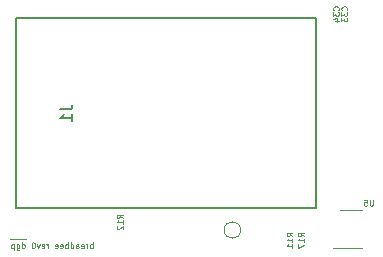
<source format=gbr>
G04 #@! TF.GenerationSoftware,KiCad,Pcbnew,5.1.4+dfsg1-1*
G04 #@! TF.CreationDate,2019-09-03T22:58:18+09:00*
G04 #@! TF.ProjectId,breadbee,62726561-6462-4656-952e-6b696361645f,rev?*
G04 #@! TF.SameCoordinates,Original*
G04 #@! TF.FileFunction,Legend,Bot*
G04 #@! TF.FilePolarity,Positive*
%FSLAX46Y46*%
G04 Gerber Fmt 4.6, Leading zero omitted, Abs format (unit mm)*
G04 Created by KiCad (PCBNEW 5.1.4+dfsg1-1) date 2019-09-03 22:58:18*
%MOMM*%
%LPD*%
G04 APERTURE LIST*
%ADD10C,0.125000*%
%ADD11C,0.120000*%
%ADD12C,0.150000*%
G04 APERTURE END LIST*
D10*
X134970476Y-98416190D02*
X134970476Y-97916190D01*
X134970476Y-98106666D02*
X134922857Y-98082857D01*
X134827619Y-98082857D01*
X134780000Y-98106666D01*
X134756190Y-98130476D01*
X134732380Y-98178095D01*
X134732380Y-98320952D01*
X134756190Y-98368571D01*
X134780000Y-98392380D01*
X134827619Y-98416190D01*
X134922857Y-98416190D01*
X134970476Y-98392380D01*
X134518095Y-98416190D02*
X134518095Y-98082857D01*
X134518095Y-98178095D02*
X134494285Y-98130476D01*
X134470476Y-98106666D01*
X134422857Y-98082857D01*
X134375238Y-98082857D01*
X134018095Y-98392380D02*
X134065714Y-98416190D01*
X134160952Y-98416190D01*
X134208571Y-98392380D01*
X134232380Y-98344761D01*
X134232380Y-98154285D01*
X134208571Y-98106666D01*
X134160952Y-98082857D01*
X134065714Y-98082857D01*
X134018095Y-98106666D01*
X133994285Y-98154285D01*
X133994285Y-98201904D01*
X134232380Y-98249523D01*
X133565714Y-98416190D02*
X133565714Y-98154285D01*
X133589523Y-98106666D01*
X133637142Y-98082857D01*
X133732380Y-98082857D01*
X133780000Y-98106666D01*
X133565714Y-98392380D02*
X133613333Y-98416190D01*
X133732380Y-98416190D01*
X133780000Y-98392380D01*
X133803809Y-98344761D01*
X133803809Y-98297142D01*
X133780000Y-98249523D01*
X133732380Y-98225714D01*
X133613333Y-98225714D01*
X133565714Y-98201904D01*
X133113333Y-98416190D02*
X133113333Y-97916190D01*
X133113333Y-98392380D02*
X133160952Y-98416190D01*
X133256190Y-98416190D01*
X133303809Y-98392380D01*
X133327619Y-98368571D01*
X133351428Y-98320952D01*
X133351428Y-98178095D01*
X133327619Y-98130476D01*
X133303809Y-98106666D01*
X133256190Y-98082857D01*
X133160952Y-98082857D01*
X133113333Y-98106666D01*
X132875238Y-98416190D02*
X132875238Y-97916190D01*
X132875238Y-98106666D02*
X132827619Y-98082857D01*
X132732380Y-98082857D01*
X132684761Y-98106666D01*
X132660952Y-98130476D01*
X132637142Y-98178095D01*
X132637142Y-98320952D01*
X132660952Y-98368571D01*
X132684761Y-98392380D01*
X132732380Y-98416190D01*
X132827619Y-98416190D01*
X132875238Y-98392380D01*
X132232380Y-98392380D02*
X132280000Y-98416190D01*
X132375238Y-98416190D01*
X132422857Y-98392380D01*
X132446666Y-98344761D01*
X132446666Y-98154285D01*
X132422857Y-98106666D01*
X132375238Y-98082857D01*
X132280000Y-98082857D01*
X132232380Y-98106666D01*
X132208571Y-98154285D01*
X132208571Y-98201904D01*
X132446666Y-98249523D01*
X131803809Y-98392380D02*
X131851428Y-98416190D01*
X131946666Y-98416190D01*
X131994285Y-98392380D01*
X132018095Y-98344761D01*
X132018095Y-98154285D01*
X131994285Y-98106666D01*
X131946666Y-98082857D01*
X131851428Y-98082857D01*
X131803809Y-98106666D01*
X131780000Y-98154285D01*
X131780000Y-98201904D01*
X132018095Y-98249523D01*
X131184761Y-98416190D02*
X131184761Y-98082857D01*
X131184761Y-98178095D02*
X131160952Y-98130476D01*
X131137142Y-98106666D01*
X131089523Y-98082857D01*
X131041904Y-98082857D01*
X130684761Y-98392380D02*
X130732380Y-98416190D01*
X130827619Y-98416190D01*
X130875238Y-98392380D01*
X130899047Y-98344761D01*
X130899047Y-98154285D01*
X130875238Y-98106666D01*
X130827619Y-98082857D01*
X130732380Y-98082857D01*
X130684761Y-98106666D01*
X130660952Y-98154285D01*
X130660952Y-98201904D01*
X130899047Y-98249523D01*
X130494285Y-98082857D02*
X130375238Y-98416190D01*
X130256190Y-98082857D01*
X129970476Y-97916190D02*
X129922857Y-97916190D01*
X129875238Y-97940000D01*
X129851428Y-97963809D01*
X129827619Y-98011428D01*
X129803809Y-98106666D01*
X129803809Y-98225714D01*
X129827619Y-98320952D01*
X129851428Y-98368571D01*
X129875238Y-98392380D01*
X129922857Y-98416190D01*
X129970476Y-98416190D01*
X130018095Y-98392380D01*
X130041904Y-98368571D01*
X130065714Y-98320952D01*
X130089523Y-98225714D01*
X130089523Y-98106666D01*
X130065714Y-98011428D01*
X130041904Y-97963809D01*
X130018095Y-97940000D01*
X129970476Y-97916190D01*
X129327619Y-97667500D02*
X128875238Y-97667500D01*
X128994285Y-98416190D02*
X128994285Y-97916190D01*
X128994285Y-98392380D02*
X129041904Y-98416190D01*
X129137142Y-98416190D01*
X129184761Y-98392380D01*
X129208571Y-98368571D01*
X129232380Y-98320952D01*
X129232380Y-98178095D01*
X129208571Y-98130476D01*
X129184761Y-98106666D01*
X129137142Y-98082857D01*
X129041904Y-98082857D01*
X128994285Y-98106666D01*
X128875238Y-97667500D02*
X128422857Y-97667500D01*
X128541904Y-98082857D02*
X128541904Y-98487619D01*
X128565714Y-98535238D01*
X128589523Y-98559047D01*
X128637142Y-98582857D01*
X128708571Y-98582857D01*
X128756190Y-98559047D01*
X128541904Y-98392380D02*
X128589523Y-98416190D01*
X128684761Y-98416190D01*
X128732380Y-98392380D01*
X128756190Y-98368571D01*
X128780000Y-98320952D01*
X128780000Y-98178095D01*
X128756190Y-98130476D01*
X128732380Y-98106666D01*
X128684761Y-98082857D01*
X128589523Y-98082857D01*
X128541904Y-98106666D01*
X128422857Y-97667500D02*
X127970476Y-97667500D01*
X128303809Y-98082857D02*
X128303809Y-98582857D01*
X128303809Y-98106666D02*
X128256190Y-98082857D01*
X128160952Y-98082857D01*
X128113333Y-98106666D01*
X128089523Y-98130476D01*
X128065714Y-98178095D01*
X128065714Y-98320952D01*
X128089523Y-98368571D01*
X128113333Y-98392380D01*
X128160952Y-98416190D01*
X128256190Y-98416190D01*
X128303809Y-98392380D01*
D11*
X147514000Y-96884000D02*
G75*
G03X147514000Y-96884000I-700000J0D01*
G01*
D12*
X153900000Y-78950000D02*
X153900000Y-95050000D01*
X128500000Y-95050000D02*
X153900000Y-95050000D01*
X128500000Y-78950000D02*
X128500000Y-95050000D01*
X128500000Y-78950000D02*
X153900000Y-78950000D01*
D11*
X157745000Y-98380000D02*
X155295000Y-98380000D01*
X155945000Y-95160000D02*
X157745000Y-95160000D01*
D12*
X132252380Y-86666666D02*
X132966666Y-86666666D01*
X133109523Y-86619047D01*
X133204761Y-86523809D01*
X133252380Y-86380952D01*
X133252380Y-86285714D01*
X133252380Y-87666666D02*
X133252380Y-87095238D01*
X133252380Y-87380952D02*
X132252380Y-87380952D01*
X132395238Y-87285714D01*
X132490476Y-87190476D01*
X132538095Y-87095238D01*
D10*
X158710952Y-94326190D02*
X158710952Y-94730952D01*
X158687142Y-94778571D01*
X158663333Y-94802380D01*
X158615714Y-94826190D01*
X158520476Y-94826190D01*
X158472857Y-94802380D01*
X158449047Y-94778571D01*
X158425238Y-94730952D01*
X158425238Y-94326190D01*
X157949047Y-94326190D02*
X158187142Y-94326190D01*
X158210952Y-94564285D01*
X158187142Y-94540476D01*
X158139523Y-94516666D01*
X158020476Y-94516666D01*
X157972857Y-94540476D01*
X157949047Y-94564285D01*
X157925238Y-94611904D01*
X157925238Y-94730952D01*
X157949047Y-94778571D01*
X157972857Y-94802380D01*
X158020476Y-94826190D01*
X158139523Y-94826190D01*
X158187142Y-94802380D01*
X158210952Y-94778571D01*
X155788571Y-78258571D02*
X155812380Y-78234761D01*
X155836190Y-78163333D01*
X155836190Y-78115714D01*
X155812380Y-78044285D01*
X155764761Y-77996666D01*
X155717142Y-77972857D01*
X155621904Y-77949047D01*
X155550476Y-77949047D01*
X155455238Y-77972857D01*
X155407619Y-77996666D01*
X155360000Y-78044285D01*
X155336190Y-78115714D01*
X155336190Y-78163333D01*
X155360000Y-78234761D01*
X155383809Y-78258571D01*
X155336190Y-78425238D02*
X155336190Y-78734761D01*
X155526666Y-78568095D01*
X155526666Y-78639523D01*
X155550476Y-78687142D01*
X155574285Y-78710952D01*
X155621904Y-78734761D01*
X155740952Y-78734761D01*
X155788571Y-78710952D01*
X155812380Y-78687142D01*
X155836190Y-78639523D01*
X155836190Y-78496666D01*
X155812380Y-78449047D01*
X155788571Y-78425238D01*
X155502857Y-79163333D02*
X155836190Y-79163333D01*
X155312380Y-79044285D02*
X155669523Y-78925238D01*
X155669523Y-79234761D01*
X156488571Y-78258571D02*
X156512380Y-78234761D01*
X156536190Y-78163333D01*
X156536190Y-78115714D01*
X156512380Y-78044285D01*
X156464761Y-77996666D01*
X156417142Y-77972857D01*
X156321904Y-77949047D01*
X156250476Y-77949047D01*
X156155238Y-77972857D01*
X156107619Y-77996666D01*
X156060000Y-78044285D01*
X156036190Y-78115714D01*
X156036190Y-78163333D01*
X156060000Y-78234761D01*
X156083809Y-78258571D01*
X156036190Y-78425238D02*
X156036190Y-78734761D01*
X156226666Y-78568095D01*
X156226666Y-78639523D01*
X156250476Y-78687142D01*
X156274285Y-78710952D01*
X156321904Y-78734761D01*
X156440952Y-78734761D01*
X156488571Y-78710952D01*
X156512380Y-78687142D01*
X156536190Y-78639523D01*
X156536190Y-78496666D01*
X156512380Y-78449047D01*
X156488571Y-78425238D01*
X156036190Y-78901428D02*
X156036190Y-79210952D01*
X156226666Y-79044285D01*
X156226666Y-79115714D01*
X156250476Y-79163333D01*
X156274285Y-79187142D01*
X156321904Y-79210952D01*
X156440952Y-79210952D01*
X156488571Y-79187142D01*
X156512380Y-79163333D01*
X156536190Y-79115714D01*
X156536190Y-78972857D01*
X156512380Y-78925238D01*
X156488571Y-78901428D01*
X152846190Y-97418571D02*
X152608095Y-97251904D01*
X152846190Y-97132857D02*
X152346190Y-97132857D01*
X152346190Y-97323333D01*
X152370000Y-97370952D01*
X152393809Y-97394761D01*
X152441428Y-97418571D01*
X152512857Y-97418571D01*
X152560476Y-97394761D01*
X152584285Y-97370952D01*
X152608095Y-97323333D01*
X152608095Y-97132857D01*
X152846190Y-97894761D02*
X152846190Y-97609047D01*
X152846190Y-97751904D02*
X152346190Y-97751904D01*
X152417619Y-97704285D01*
X152465238Y-97656666D01*
X152489047Y-97609047D01*
X152346190Y-98061428D02*
X152346190Y-98394761D01*
X152846190Y-98180476D01*
X137515190Y-95864071D02*
X137277095Y-95697404D01*
X137515190Y-95578357D02*
X137015190Y-95578357D01*
X137015190Y-95768833D01*
X137039000Y-95816452D01*
X137062809Y-95840261D01*
X137110428Y-95864071D01*
X137181857Y-95864071D01*
X137229476Y-95840261D01*
X137253285Y-95816452D01*
X137277095Y-95768833D01*
X137277095Y-95578357D01*
X137515190Y-96340261D02*
X137515190Y-96054547D01*
X137515190Y-96197404D02*
X137015190Y-96197404D01*
X137086619Y-96149785D01*
X137134238Y-96102166D01*
X137158047Y-96054547D01*
X137062809Y-96530738D02*
X137039000Y-96554547D01*
X137015190Y-96602166D01*
X137015190Y-96721214D01*
X137039000Y-96768833D01*
X137062809Y-96792642D01*
X137110428Y-96816452D01*
X137158047Y-96816452D01*
X137229476Y-96792642D01*
X137515190Y-96506928D01*
X137515190Y-96816452D01*
X151896190Y-97418571D02*
X151658095Y-97251904D01*
X151896190Y-97132857D02*
X151396190Y-97132857D01*
X151396190Y-97323333D01*
X151420000Y-97370952D01*
X151443809Y-97394761D01*
X151491428Y-97418571D01*
X151562857Y-97418571D01*
X151610476Y-97394761D01*
X151634285Y-97370952D01*
X151658095Y-97323333D01*
X151658095Y-97132857D01*
X151896190Y-97894761D02*
X151896190Y-97609047D01*
X151896190Y-97751904D02*
X151396190Y-97751904D01*
X151467619Y-97704285D01*
X151515238Y-97656666D01*
X151539047Y-97609047D01*
X151896190Y-98370952D02*
X151896190Y-98085238D01*
X151896190Y-98228095D02*
X151396190Y-98228095D01*
X151467619Y-98180476D01*
X151515238Y-98132857D01*
X151539047Y-98085238D01*
M02*

</source>
